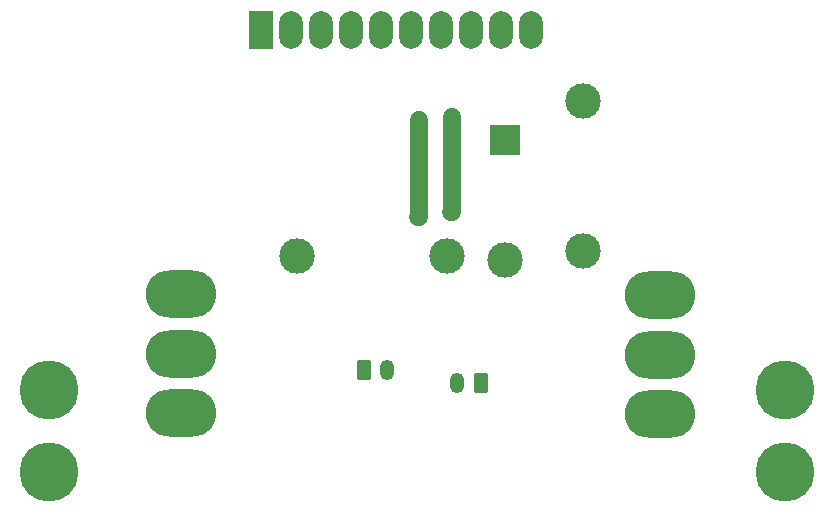
<source format=gbr>
G04 #@! TF.GenerationSoftware,KiCad,Pcbnew,(6.0.5)*
G04 #@! TF.CreationDate,2022-05-10T18:56:39+02:00*
G04 #@! TF.ProjectId,PCB_potencjometry_SN1533,5043425f-706f-4746-956e-636a6f6d6574,rev?*
G04 #@! TF.SameCoordinates,Original*
G04 #@! TF.FileFunction,Copper,L1,Top*
G04 #@! TF.FilePolarity,Positive*
%FSLAX46Y46*%
G04 Gerber Fmt 4.6, Leading zero omitted, Abs format (unit mm)*
G04 Created by KiCad (PCBNEW (6.0.5)) date 2022-05-10 18:56:39*
%MOMM*%
%LPD*%
G01*
G04 APERTURE LIST*
G04 Aperture macros list*
%AMRoundRect*
0 Rectangle with rounded corners*
0 $1 Rounding radius*
0 $2 $3 $4 $5 $6 $7 $8 $9 X,Y pos of 4 corners*
0 Add a 4 corners polygon primitive as box body*
4,1,4,$2,$3,$4,$5,$6,$7,$8,$9,$2,$3,0*
0 Add four circle primitives for the rounded corners*
1,1,$1+$1,$2,$3*
1,1,$1+$1,$4,$5*
1,1,$1+$1,$6,$7*
1,1,$1+$1,$8,$9*
0 Add four rect primitives between the rounded corners*
20,1,$1+$1,$2,$3,$4,$5,0*
20,1,$1+$1,$4,$5,$6,$7,0*
20,1,$1+$1,$6,$7,$8,$9,0*
20,1,$1+$1,$8,$9,$2,$3,0*%
G04 Aperture macros list end*
G04 #@! TA.AperFunction,ComponentPad*
%ADD10R,2.000000X3.200000*%
G04 #@! TD*
G04 #@! TA.AperFunction,ComponentPad*
%ADD11O,2.000000X3.200000*%
G04 #@! TD*
G04 #@! TA.AperFunction,ComponentPad*
%ADD12R,2.500000X2.500000*%
G04 #@! TD*
G04 #@! TA.AperFunction,ComponentPad*
%ADD13C,3.000000*%
G04 #@! TD*
G04 #@! TA.AperFunction,ComponentPad*
%ADD14RoundRect,0.250000X-0.350000X-0.625000X0.350000X-0.625000X0.350000X0.625000X-0.350000X0.625000X0*%
G04 #@! TD*
G04 #@! TA.AperFunction,ComponentPad*
%ADD15O,1.200000X1.750000*%
G04 #@! TD*
G04 #@! TA.AperFunction,ComponentPad*
%ADD16O,6.000000X4.000000*%
G04 #@! TD*
G04 #@! TA.AperFunction,ComponentPad*
%ADD17C,5.000000*%
G04 #@! TD*
G04 #@! TA.AperFunction,ComponentPad*
%ADD18RoundRect,0.250000X0.350000X0.625000X-0.350000X0.625000X-0.350000X-0.625000X0.350000X-0.625000X0*%
G04 #@! TD*
G04 #@! TA.AperFunction,ViaPad*
%ADD19C,0.800000*%
G04 #@! TD*
G04 #@! TA.AperFunction,Conductor*
%ADD20C,1.500000*%
G04 #@! TD*
G04 APERTURE END LIST*
D10*
G04 #@! TO.P,J1,1,Pin_1*
G04 #@! TO.N,Net-(J1-Pad1)*
X138940000Y-82300000D03*
D11*
G04 #@! TO.P,J1,2,Pin_2*
G04 #@! TO.N,GND*
X141480000Y-82300000D03*
G04 #@! TO.P,J1,3,Pin_3*
G04 #@! TO.N,Net-(J1-Pad3)*
X144020000Y-82300000D03*
G04 #@! TO.P,J1,4,Pin_4*
G04 #@! TO.N,GND*
X146560000Y-82300000D03*
G04 #@! TO.P,J1,5,Pin_5*
G04 #@! TO.N,Net-(D1-Pad1)*
X149100000Y-82300000D03*
G04 #@! TO.P,J1,6,Pin_6*
G04 #@! TO.N,GND*
X151640000Y-82300000D03*
G04 #@! TO.P,J1,7,Pin_7*
X154180000Y-82300000D03*
G04 #@! TO.P,J1,8,Pin_8*
X156720000Y-82300000D03*
G04 #@! TO.P,J1,9,Pin_9*
G04 #@! TO.N,Net-(J1-Pad9)*
X159260000Y-82300000D03*
G04 #@! TO.P,J1,10,Pin_10*
G04 #@! TO.N,Net-(J1-Pad10)*
X161800000Y-82300000D03*
G04 #@! TD*
D12*
G04 #@! TO.P,D1,1,K*
G04 #@! TO.N,Net-(D1-Pad1)*
X159550000Y-91595000D03*
D13*
G04 #@! TO.P,D1,2,A*
G04 #@! TO.N,Net-(D1-Pad2)*
X159550000Y-101755000D03*
G04 #@! TD*
G04 #@! TO.P,R2,1*
G04 #@! TO.N,Net-(R2-Pad1)*
X154700000Y-101400000D03*
G04 #@! TO.P,R2,2*
G04 #@! TO.N,GND*
X142000000Y-101400000D03*
G04 #@! TD*
D14*
G04 #@! TO.P,J3,1,Pin_1*
G04 #@! TO.N,Net-(J1-Pad9)*
X147600000Y-111050000D03*
D15*
G04 #@! TO.P,J3,2,Pin_2*
G04 #@! TO.N,Net-(R2-Pad1)*
X149600000Y-111050000D03*
G04 #@! TD*
D16*
G04 #@! TO.P,RV2,1,1*
G04 #@! TO.N,Net-(R1-Pad1)*
X172700000Y-114800000D03*
G04 #@! TO.P,RV2,2,2*
G04 #@! TO.N,GND*
X172700000Y-109762000D03*
G04 #@! TO.P,RV2,3,3*
G04 #@! TO.N,Net-(J1-Pad3)*
X172700000Y-104700000D03*
G04 #@! TD*
D17*
G04 #@! TO.P,REF\u002A\u002A,1*
G04 #@! TO.N,GND*
X121000000Y-119700000D03*
G04 #@! TD*
G04 #@! TO.P,REF\u002A\u002A,1*
G04 #@! TO.N,GND*
X183300000Y-119700000D03*
G04 #@! TD*
D18*
G04 #@! TO.P,J2,1,Pin_1*
G04 #@! TO.N,Net-(D1-Pad2)*
X157500000Y-112150000D03*
D15*
G04 #@! TO.P,J2,2,Pin_2*
G04 #@! TO.N,Net-(R2-Pad1)*
X155500000Y-112150000D03*
G04 #@! TD*
D16*
G04 #@! TO.P,RV1,1,1*
G04 #@! TO.N,Net-(J1-Pad10)*
X132100000Y-114700000D03*
G04 #@! TO.P,RV1,2,2*
G04 #@! TO.N,GND*
X132100000Y-109662000D03*
G04 #@! TO.P,RV1,3,3*
G04 #@! TO.N,Net-(J1-Pad1)*
X132100000Y-104600000D03*
G04 #@! TD*
D13*
G04 #@! TO.P,R1,1*
G04 #@! TO.N,Net-(R1-Pad1)*
X166200000Y-100950000D03*
G04 #@! TO.P,R1,2*
G04 #@! TO.N,Net-(J1-Pad10)*
X166200000Y-88250000D03*
G04 #@! TD*
D17*
G04 #@! TO.P,REF\u002A\u002A,1*
G04 #@! TO.N,GND*
X183300000Y-112700000D03*
G04 #@! TD*
G04 #@! TO.P,REF\u002A\u002A,1*
G04 #@! TO.N,GND*
X121000000Y-112700000D03*
G04 #@! TD*
D19*
G04 #@! TO.N,Net-(J1-Pad10)*
X155000000Y-97700000D03*
X155050000Y-89600000D03*
G04 #@! TO.N,Net-(J1-Pad9)*
X152250000Y-89900000D03*
X152200000Y-98100000D03*
G04 #@! TD*
D20*
G04 #@! TO.N,Net-(J1-Pad10)*
X155050000Y-97650000D02*
X155000000Y-97700000D01*
X155050000Y-89600000D02*
X155050000Y-97650000D01*
G04 #@! TO.N,Net-(J1-Pad9)*
X152250000Y-89900000D02*
X152250000Y-98050000D01*
X152250000Y-98050000D02*
X152200000Y-98100000D01*
G04 #@! TD*
M02*

</source>
